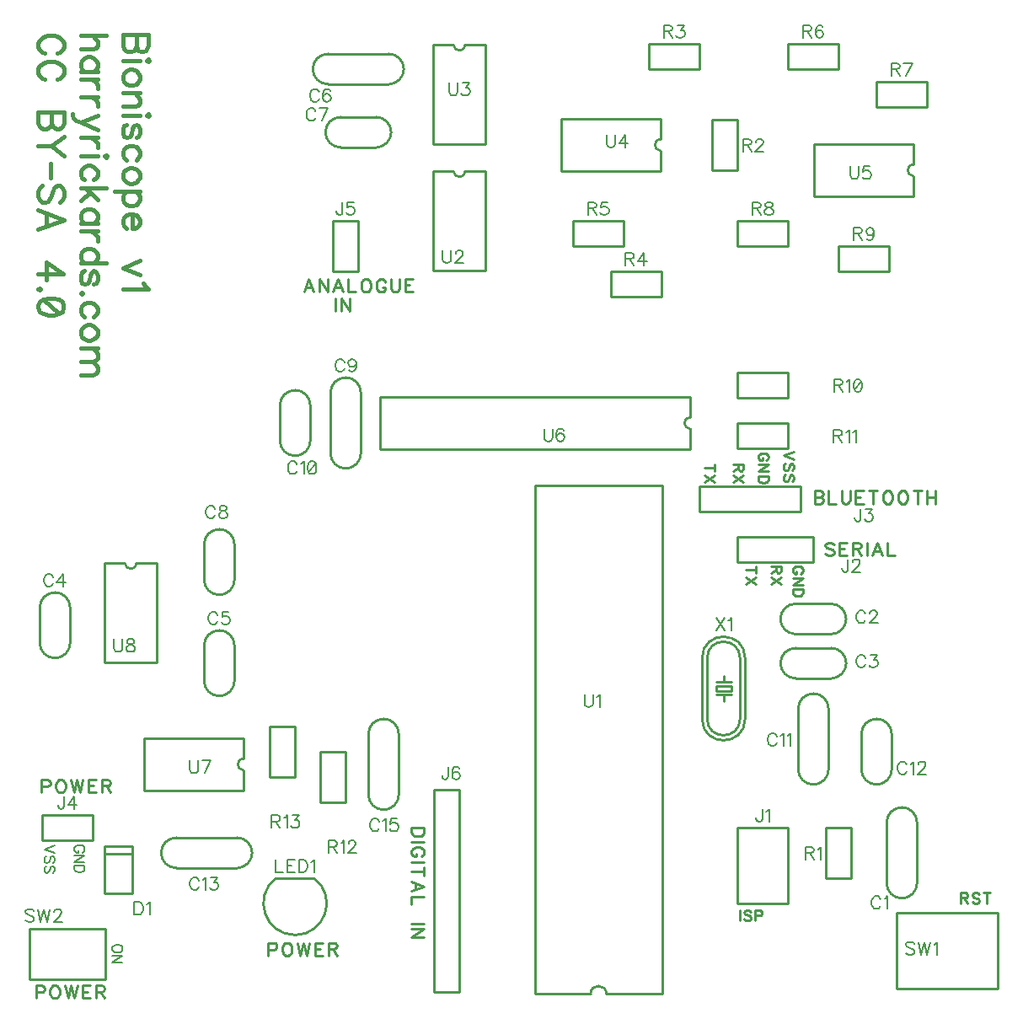
<source format=gto>
G04 DipTrace Beta 2.3.5.2*
%INscope.GTO*%
%MOIN*%
%ADD10C,0.0098*%
%ADD64C,0.0077*%
%ADD65C,0.0154*%
%ADD66C,0.0109*%
%ADD67C,0.0087*%
%ADD68C,0.0062*%
%FSLAX44Y44*%
G04*
G70*
G90*
G75*
G01*
%LNTopSilk*%
%LPD*%
X39540Y11139D2*
D10*
Y8741D1*
X38340Y11139D2*
Y8741D1*
G03X39540Y8741I600J-1D01*
G01*
Y11139D2*
G03X38340Y11139I-600J1D01*
G01*
X34741Y18590D2*
X36139D1*
X34741Y19790D2*
X36139D1*
Y18590D2*
G03X36139Y19790I1J600D01*
G01*
X34741D2*
G03X34741Y18590I-1J-600D01*
G01*
Y16840D2*
X36139D1*
X34741Y18040D2*
X36139D1*
Y16840D2*
G03X36139Y18040I1J600D01*
G01*
X34741D2*
G03X34741Y16840I-1J-600D01*
G01*
X4840Y19639D2*
Y18241D1*
X6040Y19639D2*
Y18241D1*
X4840D2*
G03X6040Y18241I600J-1D01*
G01*
Y19639D2*
G03X4840Y19639I-600J1D01*
G01*
X12540Y16741D2*
Y18139D1*
X11340Y16741D2*
Y18139D1*
X12540D2*
G03X11340Y18139I-600J1D01*
G01*
Y16741D2*
G03X12540Y16741I600J-1D01*
G01*
X18639Y40340D2*
X16241D1*
X18639Y41540D2*
X16241D1*
G03X16241Y40340I-1J-600D01*
G01*
X18639D2*
G03X18639Y41540I1J600D01*
G01*
X18139Y39040D2*
X16741D1*
X18139Y37840D2*
X16741D1*
Y39040D2*
G03X16741Y37840I-1J-600D01*
G01*
X18139D2*
G03X18139Y39040I1J600D01*
G01*
X11340Y22139D2*
Y20741D1*
X12540Y22139D2*
Y20741D1*
X11340D2*
G03X12540Y20741I600J-1D01*
G01*
Y22139D2*
G03X11340Y22139I-600J1D01*
G01*
X17540Y28139D2*
Y25741D1*
X16340Y28139D2*
Y25741D1*
G03X17540Y25741I600J-1D01*
G01*
Y28139D2*
G03X16340Y28139I-600J1D01*
G01*
X14340Y27639D2*
Y26241D1*
X15540Y27639D2*
Y26241D1*
X14340D2*
G03X15540Y26241I600J-1D01*
G01*
Y27639D2*
G03X14340Y27639I-600J1D01*
G01*
X34840Y13241D2*
Y15639D1*
X36040Y13241D2*
Y15639D1*
G03X34840Y15639I-600J1D01*
G01*
Y13241D2*
G03X36040Y13241I600J-1D01*
G01*
X38540D2*
Y14639D1*
X37340Y13241D2*
Y14639D1*
X38540D2*
G03X37340Y14639I-600J1D01*
G01*
Y13241D2*
G03X38540Y13241I600J-1D01*
G01*
X10241Y10540D2*
X12639D1*
X10241Y9340D2*
X12639D1*
G03X12639Y10540I1J600D01*
G01*
X10241D2*
G03X10241Y9340I-1J-600D01*
G01*
X17840Y12241D2*
Y14639D1*
X19040Y12241D2*
Y14639D1*
G03X17840Y14639I-600J1D01*
G01*
Y12241D2*
G03X19040Y12241I600J-1D01*
G01*
X7389Y10211D2*
X8491D1*
Y10191D2*
Y8339D1*
X7389Y9912D2*
X8491D1*
X7389Y8339D2*
X8491D1*
X7389Y10191D2*
Y8339D1*
X34440Y10940D2*
X32440D1*
Y7940D1*
X34440D1*
Y10940D1*
X35440Y21440D2*
X32440D1*
Y22440D1*
X35440D1*
Y21440D1*
X30940Y24440D2*
X34940D1*
Y23440D1*
X30940D1*
Y24440D1*
X4940Y11440D2*
X6940D1*
Y10440D1*
X4940D1*
Y11440D1*
X17440Y34940D2*
X16440D1*
Y32940D1*
X17440D1*
Y34940D1*
X20440Y4440D2*
X21440D1*
Y12440D1*
X20440D1*
Y4440D1*
X14191Y8940D2*
X15689D1*
X14188Y8938D2*
G03X15692Y8938I752J-998D01*
G01*
X36940Y10938D2*
Y8942D1*
X35940D2*
X36940D1*
X35940Y10938D2*
Y8942D1*
Y10938D2*
X36940D1*
X31440Y36942D2*
Y38938D1*
X32440D2*
X31440D1*
X32440Y36942D2*
Y38938D1*
Y36942D2*
X31440D1*
X30938Y40940D2*
X28942D1*
Y41940D2*
Y40940D1*
X30938Y41940D2*
X28942D1*
X30938D2*
Y40940D1*
X29438Y31940D2*
X27442D1*
Y32940D2*
Y31940D1*
X29438Y32940D2*
X27442D1*
X29438D2*
Y31940D1*
X27938Y33940D2*
X25942D1*
Y34940D2*
Y33940D1*
X27938Y34940D2*
X25942D1*
X27938D2*
Y33940D1*
X36438Y40940D2*
X34442D1*
Y41940D2*
Y40940D1*
X36438Y41940D2*
X34442D1*
X36438D2*
Y40940D1*
X39938Y39440D2*
X37942D1*
Y40440D2*
Y39440D1*
X39938Y40440D2*
X37942D1*
X39938D2*
Y39440D1*
X34438Y33940D2*
X32442D1*
Y34940D2*
Y33940D1*
X34438Y34940D2*
X32442D1*
X34438D2*
Y33940D1*
X38438Y32940D2*
X36442D1*
Y33940D2*
Y32940D1*
X38438Y33940D2*
X36442D1*
X38438D2*
Y32940D1*
X32442Y28940D2*
X34438D1*
Y27940D2*
Y28940D1*
X32442Y27940D2*
X34438D1*
X32442D2*
Y28940D1*
Y26940D2*
X34438D1*
Y25940D2*
Y26940D1*
X32442Y25940D2*
X34438D1*
X32442D2*
Y26940D1*
X15940Y11942D2*
Y13938D1*
X16940D2*
X15940D1*
X16940Y11942D2*
Y13938D1*
Y11942D2*
X15940D1*
X13940Y12942D2*
Y14938D1*
X14940D2*
X13940D1*
X14940Y12942D2*
Y14938D1*
Y12942D2*
X13940D1*
X42720Y7555D2*
X38720D1*
Y4555D1*
X42720D1*
Y7555D1*
X7440Y4940D2*
X4440D1*
Y6940D1*
X7440D1*
Y4940D1*
X29460Y4401D2*
Y24479D1*
X24420D1*
Y4401D2*
Y24479D1*
X29460Y4361D2*
X27255D1*
X24420D2*
X26625D1*
X27255D2*
G03X26625Y4361I-315J-1D01*
G01*
X22464Y36909D2*
Y32971D1*
X20416D2*
X22464D1*
X20416Y36909D2*
Y32971D1*
Y36909D2*
X21204D1*
X22464D2*
X21676D1*
X21204D2*
G03X21676Y36909I236J0D01*
G01*
X22464Y41909D2*
Y37971D1*
X20416D2*
X22464D1*
X20416Y41909D2*
Y37971D1*
Y41909D2*
X21204D1*
X22464D2*
X21676D1*
X21204D2*
G03X21676Y41909I236J0D01*
G01*
X29409Y36916D2*
X25471D1*
Y38964D2*
Y36916D1*
X29409Y38964D2*
X25471D1*
X29409D2*
Y38176D1*
Y36916D2*
Y37704D1*
Y38176D2*
G03X29409Y37704I0J-236D01*
G01*
X39409Y35916D2*
X35471D1*
Y37964D2*
Y35916D1*
X39409Y37964D2*
X35471D1*
X39409D2*
Y37176D1*
Y35916D2*
Y36704D1*
Y37176D2*
G03X39409Y36704I0J-236D01*
G01*
X30582Y25916D2*
X18298D1*
Y27964D2*
Y25916D1*
X30582Y27964D2*
X18298D1*
X30582D2*
Y27176D1*
Y25916D2*
Y26704D1*
Y27176D2*
G03X30582Y26704I0J-236D01*
G01*
X12909Y12416D2*
X8971D1*
Y14464D2*
Y12416D1*
X12909Y14464D2*
X8971D1*
X12909D2*
Y13676D1*
Y12416D2*
Y13204D1*
Y13676D2*
G03X12909Y13204I0J-236D01*
G01*
X9464Y21409D2*
Y17471D1*
X7416D2*
X9464D1*
X7416Y21409D2*
Y17471D1*
Y21409D2*
X8204D1*
X9464D2*
X8676D1*
X8204D2*
G03X8676Y21409I236J0D01*
G01*
X32740Y15240D2*
Y17640D1*
X31040Y15240D2*
Y17640D1*
X32540Y15240D2*
Y17640D1*
X31240D2*
Y15240D1*
X31590Y16340D2*
Y16540D1*
X32190D1*
Y16340D1*
X31590D1*
Y16690D2*
X31890D1*
X32190D1*
X31590Y16190D2*
X31890D1*
X32190D1*
X31890Y16690D2*
Y16940D1*
Y16190D2*
Y15940D1*
X31040Y15240D2*
G03X32740Y15240I850J0D01*
G01*
Y17640D2*
G03X31040Y17640I-850J0D01*
G01*
X31240Y15240D2*
G03X32540Y15240I650J0D01*
G01*
Y17640D2*
G03X31240Y17640I-650J0D01*
G01*
X38107Y8103D2*
D64*
X38083Y8150D1*
X38035Y8198D1*
X37988Y8222D1*
X37892D1*
X37844Y8198D1*
X37797Y8150D1*
X37772Y8103D1*
X37748Y8031D1*
Y7911D1*
X37772Y7840D1*
X37797Y7792D1*
X37844Y7744D1*
X37892Y7720D1*
X37988D1*
X38035Y7744D1*
X38083Y7792D1*
X38107Y7840D1*
X38262Y8126D2*
X38310Y8150D1*
X38382Y8222D1*
Y7720D1*
X37500Y19403D2*
X37476Y19450D1*
X37428Y19498D1*
X37380Y19522D1*
X37285D1*
X37237Y19498D1*
X37189Y19450D1*
X37165Y19403D1*
X37141Y19331D1*
Y19211D1*
X37165Y19140D1*
X37189Y19092D1*
X37237Y19044D1*
X37285Y19020D1*
X37380D1*
X37428Y19044D1*
X37476Y19092D1*
X37500Y19140D1*
X37678Y19402D2*
Y19426D1*
X37702Y19474D1*
X37726Y19498D1*
X37774Y19522D1*
X37870D1*
X37917Y19498D1*
X37941Y19474D1*
X37965Y19426D1*
Y19379D1*
X37941Y19330D1*
X37893Y19259D1*
X37654Y19020D1*
X37989D1*
X37500Y17653D2*
X37476Y17700D1*
X37428Y17748D1*
X37380Y17772D1*
X37285D1*
X37237Y17748D1*
X37189Y17700D1*
X37165Y17653D1*
X37141Y17581D1*
Y17461D1*
X37165Y17390D1*
X37189Y17342D1*
X37237Y17294D1*
X37285Y17270D1*
X37380D1*
X37428Y17294D1*
X37476Y17342D1*
X37500Y17390D1*
X37702Y17772D2*
X37965D1*
X37822Y17580D1*
X37893D1*
X37941Y17557D1*
X37965Y17533D1*
X37989Y17461D1*
Y17414D1*
X37965Y17342D1*
X37917Y17294D1*
X37845Y17270D1*
X37773D1*
X37702Y17294D1*
X37678Y17318D1*
X37654Y17365D1*
X5363Y20853D2*
X5339Y20900D1*
X5291Y20948D1*
X5243Y20972D1*
X5148D1*
X5100Y20948D1*
X5052Y20900D1*
X5028Y20853D1*
X5004Y20781D1*
Y20661D1*
X5028Y20590D1*
X5052Y20542D1*
X5100Y20494D1*
X5148Y20470D1*
X5243D1*
X5291Y20494D1*
X5339Y20542D1*
X5363Y20590D1*
X5757Y20470D2*
Y20972D1*
X5517Y20637D1*
X5876D1*
X11875Y19353D2*
X11851Y19400D1*
X11803Y19448D1*
X11755Y19472D1*
X11660D1*
X11612Y19448D1*
X11564Y19400D1*
X11540Y19353D1*
X11516Y19281D1*
Y19161D1*
X11540Y19090D1*
X11564Y19042D1*
X11612Y18994D1*
X11660Y18970D1*
X11755D1*
X11803Y18994D1*
X11851Y19042D1*
X11875Y19090D1*
X12316Y19472D2*
X12077D1*
X12053Y19257D1*
X12077Y19280D1*
X12149Y19305D1*
X12220D1*
X12292Y19280D1*
X12340Y19233D1*
X12364Y19161D1*
Y19114D1*
X12340Y19042D1*
X12292Y18994D1*
X12220Y18970D1*
X12149D1*
X12077Y18994D1*
X12053Y19018D1*
X12029Y19065D1*
X15887Y40028D2*
X15863Y40075D1*
X15815Y40123D1*
X15767Y40147D1*
X15672D1*
X15624Y40123D1*
X15576Y40075D1*
X15552Y40028D1*
X15528Y39956D1*
Y39836D1*
X15552Y39765D1*
X15576Y39717D1*
X15624Y39669D1*
X15672Y39645D1*
X15767D1*
X15815Y39669D1*
X15863Y39717D1*
X15887Y39765D1*
X16328Y40075D2*
X16304Y40123D1*
X16232Y40147D1*
X16185D1*
X16113Y40123D1*
X16065Y40051D1*
X16041Y39932D1*
Y39812D1*
X16065Y39717D1*
X16113Y39669D1*
X16185Y39645D1*
X16209D1*
X16280Y39669D1*
X16328Y39717D1*
X16352Y39789D1*
Y39812D1*
X16328Y39884D1*
X16280Y39932D1*
X16209Y39955D1*
X16185D1*
X16113Y39932D1*
X16065Y39884D1*
X16041Y39812D1*
X15750Y39278D2*
X15726Y39325D1*
X15678Y39373D1*
X15630Y39397D1*
X15535D1*
X15487Y39373D1*
X15439Y39325D1*
X15415Y39278D1*
X15391Y39206D1*
Y39086D1*
X15415Y39015D1*
X15439Y38967D1*
X15487Y38919D1*
X15535Y38895D1*
X15630D1*
X15678Y38919D1*
X15726Y38967D1*
X15750Y39015D1*
X16000Y38895D2*
X16239Y39397D1*
X15904D1*
X11775Y23553D2*
X11751Y23600D1*
X11703Y23648D1*
X11656Y23672D1*
X11560D1*
X11512Y23648D1*
X11464Y23600D1*
X11440Y23553D1*
X11416Y23481D1*
Y23361D1*
X11440Y23290D1*
X11464Y23242D1*
X11512Y23194D1*
X11560Y23170D1*
X11656D1*
X11703Y23194D1*
X11751Y23242D1*
X11775Y23290D1*
X12049Y23672D2*
X11977Y23648D1*
X11953Y23600D1*
Y23552D1*
X11977Y23505D1*
X12025Y23480D1*
X12121Y23457D1*
X12192Y23433D1*
X12240Y23385D1*
X12264Y23337D1*
Y23265D1*
X12240Y23218D1*
X12216Y23194D1*
X12144Y23170D1*
X12049D1*
X11977Y23194D1*
X11953Y23218D1*
X11929Y23265D1*
Y23337D1*
X11953Y23385D1*
X12001Y23433D1*
X12073Y23457D1*
X12168Y23480D1*
X12216Y23505D1*
X12240Y23552D1*
Y23600D1*
X12216Y23648D1*
X12144Y23672D1*
X12049D1*
X16887Y29353D2*
X16863Y29400D1*
X16815Y29448D1*
X16767Y29472D1*
X16672D1*
X16623Y29448D1*
X16576Y29400D1*
X16552Y29353D1*
X16528Y29281D1*
Y29161D1*
X16552Y29090D1*
X16576Y29042D1*
X16623Y28994D1*
X16672Y28970D1*
X16767D1*
X16815Y28994D1*
X16863Y29042D1*
X16887Y29090D1*
X17352Y29305D2*
X17328Y29233D1*
X17280Y29185D1*
X17208Y29161D1*
X17185D1*
X17113Y29185D1*
X17065Y29233D1*
X17041Y29305D1*
Y29329D1*
X17065Y29400D1*
X17113Y29448D1*
X17185Y29472D1*
X17208D1*
X17280Y29448D1*
X17328Y29400D1*
X17352Y29305D1*
Y29185D1*
X17328Y29065D1*
X17280Y28994D1*
X17208Y28970D1*
X17161D1*
X17089Y28994D1*
X17065Y29042D1*
X15013Y25303D2*
X14989Y25350D1*
X14941Y25398D1*
X14893Y25422D1*
X14798D1*
X14749Y25398D1*
X14702Y25350D1*
X14678Y25303D1*
X14654Y25231D1*
Y25111D1*
X14678Y25040D1*
X14702Y24992D1*
X14749Y24944D1*
X14798Y24920D1*
X14893D1*
X14941Y24944D1*
X14989Y24992D1*
X15013Y25040D1*
X15167Y25326D2*
X15215Y25350D1*
X15287Y25422D1*
Y24920D1*
X15585Y25422D2*
X15513Y25398D1*
X15465Y25326D1*
X15441Y25207D1*
Y25135D1*
X15465Y25015D1*
X15513Y24944D1*
X15585Y24920D1*
X15632D1*
X15704Y24944D1*
X15752Y25015D1*
X15776Y25135D1*
Y25207D1*
X15752Y25326D1*
X15704Y25398D1*
X15632Y25422D1*
X15585D1*
X15752Y25326D2*
X15465Y25015D1*
X33995Y14553D2*
X33971Y14600D1*
X33923Y14648D1*
X33876Y14672D1*
X33780D1*
X33732Y14648D1*
X33684Y14600D1*
X33660Y14553D1*
X33636Y14481D1*
Y14361D1*
X33660Y14290D1*
X33684Y14242D1*
X33732Y14194D1*
X33780Y14170D1*
X33876D1*
X33923Y14194D1*
X33971Y14242D1*
X33995Y14290D1*
X34149Y14576D2*
X34197Y14600D1*
X34269Y14672D1*
Y14170D1*
X34424Y14576D2*
X34472Y14600D1*
X34544Y14672D1*
Y14170D1*
X39138Y13428D2*
X39114Y13475D1*
X39066Y13523D1*
X39018Y13547D1*
X38923D1*
X38874Y13523D1*
X38827Y13475D1*
X38803Y13428D1*
X38779Y13356D1*
Y13236D1*
X38803Y13165D1*
X38827Y13117D1*
X38874Y13069D1*
X38923Y13045D1*
X39018D1*
X39066Y13069D1*
X39114Y13117D1*
X39138Y13165D1*
X39292Y13451D2*
X39340Y13475D1*
X39412Y13547D1*
Y13045D1*
X39591Y13427D2*
Y13451D1*
X39614Y13499D1*
X39638Y13523D1*
X39686Y13547D1*
X39782D1*
X39829Y13523D1*
X39853Y13499D1*
X39877Y13451D1*
Y13404D1*
X39853Y13355D1*
X39806Y13284D1*
X39566Y13045D1*
X39901D1*
X11138Y8853D2*
X11114Y8900D1*
X11066Y8948D1*
X11018Y8972D1*
X10923D1*
X10874Y8948D1*
X10827Y8900D1*
X10803Y8853D1*
X10779Y8781D1*
Y8661D1*
X10803Y8590D1*
X10827Y8542D1*
X10874Y8494D1*
X10923Y8470D1*
X11018D1*
X11066Y8494D1*
X11114Y8542D1*
X11138Y8590D1*
X11292Y8876D2*
X11340Y8900D1*
X11412Y8972D1*
Y8470D1*
X11614Y8972D2*
X11877D1*
X11734Y8780D1*
X11806D1*
X11853Y8757D1*
X11877Y8733D1*
X11901Y8661D1*
Y8614D1*
X11877Y8542D1*
X11829Y8494D1*
X11757Y8470D1*
X11686D1*
X11614Y8494D1*
X11591Y8518D1*
X11566Y8565D1*
X18263Y11178D2*
X18239Y11225D1*
X18191Y11273D1*
X18143Y11297D1*
X18048D1*
X17999Y11273D1*
X17952Y11225D1*
X17928Y11178D1*
X17904Y11106D1*
Y10986D1*
X17928Y10915D1*
X17952Y10867D1*
X17999Y10819D1*
X18048Y10795D1*
X18143D1*
X18191Y10819D1*
X18239Y10867D1*
X18263Y10915D1*
X18417Y11201D2*
X18465Y11225D1*
X18537Y11297D1*
Y10795D1*
X18978Y11297D2*
X18739D1*
X18716Y11082D1*
X18739Y11105D1*
X18811Y11130D1*
X18882D1*
X18954Y11105D1*
X19002Y11058D1*
X19026Y10986D1*
Y10939D1*
X19002Y10867D1*
X18954Y10819D1*
X18882Y10795D1*
X18811D1*
X18739Y10819D1*
X18716Y10843D1*
X18691Y10890D1*
X8584Y7997D2*
Y7495D1*
X8752D1*
X8824Y7519D1*
X8872Y7566D1*
X8895Y7615D1*
X8919Y7686D1*
Y7806D1*
X8895Y7878D1*
X8872Y7925D1*
X8824Y7973D1*
X8752Y7997D1*
X8584D1*
X9074Y7901D2*
X9122Y7925D1*
X9193Y7996D1*
Y7495D1*
X33422Y11672D2*
Y11290D1*
X33399Y11218D1*
X33374Y11194D1*
X33327Y11170D1*
X33279D1*
X33231Y11194D1*
X33207Y11218D1*
X33183Y11290D1*
Y11337D1*
X33577Y11576D2*
X33625Y11600D1*
X33697Y11672D1*
Y11170D1*
X36815Y21547D2*
Y21165D1*
X36791Y21093D1*
X36767Y21069D1*
X36719Y21045D1*
X36671D1*
X36624Y21069D1*
X36600Y21093D1*
X36576Y21165D1*
Y21212D1*
X36994Y21427D2*
Y21451D1*
X37017Y21499D1*
X37041Y21523D1*
X37089Y21547D1*
X37185D1*
X37232Y21523D1*
X37256Y21499D1*
X37281Y21451D1*
Y21404D1*
X37256Y21355D1*
X37209Y21284D1*
X36969Y21045D1*
X37304D1*
X37315Y23547D2*
Y23165D1*
X37291Y23093D1*
X37267Y23069D1*
X37219Y23045D1*
X37171D1*
X37124Y23069D1*
X37100Y23093D1*
X37076Y23165D1*
Y23212D1*
X37517Y23547D2*
X37780D1*
X37637Y23355D1*
X37709D1*
X37756Y23332D1*
X37780Y23308D1*
X37804Y23236D1*
Y23189D1*
X37780Y23117D1*
X37732Y23069D1*
X37661Y23045D1*
X37589D1*
X37517Y23069D1*
X37494Y23093D1*
X37469Y23140D1*
X5803Y12172D2*
Y11790D1*
X5779Y11718D1*
X5755Y11694D1*
X5707Y11670D1*
X5659D1*
X5612Y11694D1*
X5588Y11718D1*
X5564Y11790D1*
Y11837D1*
X6197Y11670D2*
Y12172D1*
X5958Y11837D1*
X6316D1*
X16815Y35672D2*
Y35290D1*
X16791Y35218D1*
X16767Y35194D1*
X16719Y35170D1*
X16671D1*
X16624Y35194D1*
X16600Y35218D1*
X16576Y35290D1*
Y35337D1*
X17256Y35672D2*
X17017D1*
X16994Y35457D1*
X17017Y35480D1*
X17089Y35505D1*
X17161D1*
X17232Y35480D1*
X17281Y35433D1*
X17304Y35361D1*
Y35314D1*
X17281Y35242D1*
X17232Y35194D1*
X17161Y35170D1*
X17089D1*
X17017Y35194D1*
X16994Y35218D1*
X16969Y35265D1*
X20999Y13344D2*
Y12962D1*
X20975Y12890D1*
X20951Y12866D1*
X20903Y12842D1*
X20855D1*
X20808Y12866D1*
X20784Y12890D1*
X20760Y12962D1*
Y13009D1*
X21440Y13272D2*
X21417Y13320D1*
X21345Y13344D1*
X21297D1*
X21225Y13320D1*
X21177Y13248D1*
X21153Y13129D1*
Y13009D1*
X21177Y12914D1*
X21225Y12866D1*
X21297Y12842D1*
X21321D1*
X21392Y12866D1*
X21440Y12914D1*
X21464Y12985D1*
Y13009D1*
X21440Y13081D1*
X21392Y13129D1*
X21321Y13152D1*
X21297D1*
X21225Y13129D1*
X21177Y13081D1*
X21153Y13009D1*
X14182Y9672D2*
Y9170D1*
X14469D1*
X14934Y9672D2*
X14623D1*
Y9170D1*
X14934D1*
X14623Y9433D2*
X14815D1*
X15088Y9672D2*
Y9170D1*
X15256D1*
X15328Y9194D1*
X15376Y9242D1*
X15400Y9290D1*
X15423Y9361D1*
Y9481D1*
X15400Y9553D1*
X15376Y9600D1*
X15328Y9648D1*
X15256Y9672D1*
X15088D1*
X15578Y9576D2*
X15626Y9600D1*
X15698Y9672D1*
Y9170D1*
X35135Y9933D2*
X35350D1*
X35422Y9957D1*
X35447Y9981D1*
X35470Y10029D1*
Y10077D1*
X35447Y10124D1*
X35422Y10148D1*
X35350Y10172D1*
X35135D1*
Y9670D1*
X35303Y9933D2*
X35470Y9670D1*
X35625Y10076D2*
X35673Y10100D1*
X35745Y10172D1*
Y9670D1*
X32653Y37933D2*
X32868D1*
X32940Y37957D1*
X32964Y37981D1*
X32988Y38029D1*
Y38077D1*
X32964Y38124D1*
X32940Y38148D1*
X32868Y38172D1*
X32653D1*
Y37670D1*
X32820Y37933D2*
X32988Y37670D1*
X33167Y38052D2*
Y38076D1*
X33190Y38124D1*
X33214Y38148D1*
X33262Y38172D1*
X33358D1*
X33405Y38148D1*
X33429Y38124D1*
X33453Y38076D1*
Y38029D1*
X33429Y37980D1*
X33382Y37909D1*
X33142Y37670D1*
X33477D1*
X29528Y42433D2*
X29743D1*
X29815Y42457D1*
X29839Y42481D1*
X29863Y42529D1*
Y42577D1*
X29839Y42624D1*
X29815Y42648D1*
X29743Y42672D1*
X29528D1*
Y42170D1*
X29695Y42433D2*
X29863Y42170D1*
X30065Y42672D2*
X30328D1*
X30185Y42480D1*
X30257D1*
X30304Y42457D1*
X30328Y42433D1*
X30352Y42361D1*
Y42314D1*
X30328Y42242D1*
X30280Y42194D1*
X30208Y42170D1*
X30137D1*
X30065Y42194D1*
X30042Y42218D1*
X30017Y42265D1*
X28016Y33433D2*
X28231D1*
X28303Y33457D1*
X28327Y33481D1*
X28351Y33529D1*
Y33577D1*
X28327Y33624D1*
X28303Y33648D1*
X28231Y33672D1*
X28016D1*
Y33170D1*
X28183Y33433D2*
X28351Y33170D1*
X28745D2*
Y33672D1*
X28505Y33337D1*
X28864D1*
X26528Y35433D2*
X26743D1*
X26815Y35457D1*
X26839Y35481D1*
X26863Y35529D1*
Y35577D1*
X26839Y35624D1*
X26815Y35648D1*
X26743Y35672D1*
X26528D1*
Y35170D1*
X26695Y35433D2*
X26863Y35170D1*
X27304Y35672D2*
X27065D1*
X27042Y35457D1*
X27065Y35480D1*
X27137Y35505D1*
X27208D1*
X27280Y35480D1*
X27328Y35433D1*
X27352Y35361D1*
Y35314D1*
X27328Y35242D1*
X27280Y35194D1*
X27208Y35170D1*
X27137D1*
X27065Y35194D1*
X27042Y35218D1*
X27017Y35265D1*
X35040Y42433D2*
X35255D1*
X35327Y42457D1*
X35351Y42481D1*
X35375Y42529D1*
Y42577D1*
X35351Y42624D1*
X35327Y42648D1*
X35255Y42672D1*
X35040D1*
Y42170D1*
X35207Y42433D2*
X35375Y42170D1*
X35816Y42600D2*
X35792Y42648D1*
X35721Y42672D1*
X35673D1*
X35601Y42648D1*
X35553Y42576D1*
X35529Y42457D1*
Y42337D1*
X35553Y42242D1*
X35601Y42194D1*
X35673Y42170D1*
X35697D1*
X35768Y42194D1*
X35816Y42242D1*
X35840Y42314D1*
Y42337D1*
X35816Y42409D1*
X35768Y42457D1*
X35697Y42480D1*
X35673D1*
X35601Y42457D1*
X35553Y42409D1*
X35529Y42337D1*
X38528Y40933D2*
X38743D1*
X38815Y40957D1*
X38839Y40981D1*
X38863Y41029D1*
Y41077D1*
X38839Y41124D1*
X38815Y41148D1*
X38743Y41172D1*
X38528D1*
Y40670D1*
X38695Y40933D2*
X38863Y40670D1*
X39113D2*
X39352Y41172D1*
X39017D1*
X33028Y35433D2*
X33243D1*
X33315Y35457D1*
X33339Y35481D1*
X33363Y35529D1*
Y35577D1*
X33339Y35624D1*
X33315Y35648D1*
X33243Y35672D1*
X33028D1*
Y35170D1*
X33196Y35433D2*
X33363Y35170D1*
X33637Y35672D2*
X33566Y35648D1*
X33541Y35600D1*
Y35552D1*
X33566Y35505D1*
X33613Y35480D1*
X33709Y35457D1*
X33781Y35433D1*
X33828Y35385D1*
X33852Y35337D1*
Y35265D1*
X33828Y35218D1*
X33804Y35194D1*
X33732Y35170D1*
X33637D1*
X33566Y35194D1*
X33541Y35218D1*
X33517Y35265D1*
Y35337D1*
X33541Y35385D1*
X33589Y35433D1*
X33661Y35457D1*
X33756Y35480D1*
X33804Y35505D1*
X33828Y35552D1*
Y35600D1*
X33804Y35648D1*
X33732Y35672D1*
X33637D1*
X37040Y34433D2*
X37255D1*
X37327Y34457D1*
X37351Y34481D1*
X37375Y34529D1*
Y34577D1*
X37351Y34624D1*
X37327Y34648D1*
X37255Y34672D1*
X37040D1*
Y34170D1*
X37207Y34433D2*
X37375Y34170D1*
X37840Y34505D2*
X37816Y34433D1*
X37768Y34385D1*
X37697Y34361D1*
X37673D1*
X37601Y34385D1*
X37553Y34433D1*
X37529Y34505D1*
Y34529D1*
X37553Y34600D1*
X37601Y34648D1*
X37673Y34672D1*
X37697D1*
X37768Y34648D1*
X37816Y34600D1*
X37840Y34505D1*
Y34385D1*
X37816Y34265D1*
X37768Y34194D1*
X37697Y34170D1*
X37649D1*
X37577Y34194D1*
X37553Y34242D1*
X36266Y28433D2*
X36481D1*
X36553Y28457D1*
X36577Y28481D1*
X36601Y28529D1*
Y28577D1*
X36577Y28624D1*
X36553Y28648D1*
X36481Y28672D1*
X36266D1*
Y28170D1*
X36433Y28433D2*
X36601Y28170D1*
X36755Y28576D2*
X36803Y28600D1*
X36875Y28672D1*
Y28170D1*
X37173Y28672D2*
X37101Y28648D1*
X37053Y28576D1*
X37029Y28457D1*
Y28385D1*
X37053Y28265D1*
X37101Y28194D1*
X37173Y28170D1*
X37221D1*
X37292Y28194D1*
X37340Y28265D1*
X37364Y28385D1*
Y28457D1*
X37340Y28576D1*
X37292Y28648D1*
X37221Y28672D1*
X37173D1*
X37340Y28576D2*
X37053Y28265D1*
X36248Y26433D2*
X36463D1*
X36535Y26457D1*
X36559Y26481D1*
X36583Y26529D1*
Y26577D1*
X36559Y26624D1*
X36535Y26648D1*
X36463Y26672D1*
X36248D1*
Y26170D1*
X36416Y26433D2*
X36583Y26170D1*
X36738Y26576D2*
X36786Y26600D1*
X36857Y26672D1*
Y26170D1*
X37012Y26576D2*
X37060Y26600D1*
X37132Y26672D1*
Y26170D1*
X16266Y10183D2*
X16481D1*
X16553Y10207D1*
X16577Y10231D1*
X16601Y10279D1*
Y10327D1*
X16577Y10374D1*
X16553Y10398D1*
X16481Y10422D1*
X16266D1*
Y9920D1*
X16433Y10183D2*
X16601Y9920D1*
X16755Y10326D2*
X16803Y10350D1*
X16875Y10422D1*
Y9920D1*
X17054Y10302D2*
Y10326D1*
X17077Y10374D1*
X17101Y10398D1*
X17149Y10422D1*
X17245D1*
X17292Y10398D1*
X17316Y10374D1*
X17341Y10326D1*
Y10279D1*
X17316Y10230D1*
X17269Y10159D1*
X17029Y9920D1*
X17364D1*
X14016Y11183D2*
X14231D1*
X14303Y11207D1*
X14327Y11231D1*
X14351Y11279D1*
Y11327D1*
X14327Y11374D1*
X14303Y11398D1*
X14231Y11422D1*
X14016D1*
Y10920D1*
X14183Y11183D2*
X14351Y10920D1*
X14505Y11326D2*
X14553Y11350D1*
X14625Y11422D1*
Y10920D1*
X14827Y11422D2*
X15090D1*
X14947Y11230D1*
X15019D1*
X15066Y11207D1*
X15090Y11183D1*
X15114Y11111D1*
Y11064D1*
X15090Y10992D1*
X15042Y10944D1*
X14971Y10920D1*
X14899D1*
X14827Y10944D1*
X14804Y10968D1*
X14779Y11015D1*
X39434Y6340D2*
X39386Y6388D1*
X39314Y6412D1*
X39219D1*
X39147Y6388D1*
X39099Y6340D1*
Y6293D1*
X39123Y6245D1*
X39147Y6221D1*
X39194Y6197D1*
X39338Y6149D1*
X39386Y6125D1*
X39410Y6101D1*
X39434Y6054D1*
Y5982D1*
X39386Y5934D1*
X39314Y5910D1*
X39219D1*
X39147Y5934D1*
X39099Y5982D1*
X39588Y6412D2*
X39708Y5910D1*
X39827Y6412D1*
X39947Y5910D1*
X40067Y6412D1*
X40221Y6316D2*
X40269Y6340D1*
X40341Y6412D1*
Y5910D1*
X4605Y7642D2*
X4558Y7690D1*
X4486Y7714D1*
X4390D1*
X4318Y7690D1*
X4270Y7642D1*
Y7595D1*
X4295Y7547D1*
X4318Y7523D1*
X4366Y7499D1*
X4510Y7451D1*
X4558Y7427D1*
X4582Y7403D1*
X4605Y7355D1*
Y7284D1*
X4558Y7236D1*
X4486Y7212D1*
X4390D1*
X4318Y7236D1*
X4270Y7284D1*
X4760Y7714D2*
X4880Y7212D1*
X4999Y7714D1*
X5118Y7212D1*
X5238Y7714D1*
X5417Y7594D2*
Y7618D1*
X5441Y7666D1*
X5465Y7690D1*
X5513Y7714D1*
X5608D1*
X5656Y7690D1*
X5680Y7666D1*
X5704Y7618D1*
Y7570D1*
X5680Y7522D1*
X5632Y7451D1*
X5393Y7212D1*
X5728D1*
X26385Y16212D2*
Y15853D1*
X26409Y15781D1*
X26457Y15734D1*
X26529Y15709D1*
X26577D1*
X26648Y15734D1*
X26697Y15781D1*
X26720Y15853D1*
Y16212D1*
X26875Y16115D2*
X26923Y16140D1*
X26995Y16211D1*
Y15709D1*
X20778Y33766D2*
Y33407D1*
X20802Y33335D1*
X20850Y33288D1*
X20922Y33263D1*
X20969D1*
X21041Y33288D1*
X21089Y33335D1*
X21113Y33407D1*
Y33766D1*
X21292Y33646D2*
Y33670D1*
X21315Y33718D1*
X21339Y33741D1*
X21387Y33765D1*
X21483D1*
X21530Y33741D1*
X21554Y33718D1*
X21578Y33670D1*
Y33622D1*
X21554Y33574D1*
X21507Y33503D1*
X21267Y33263D1*
X21602D1*
X21028Y40391D2*
Y40032D1*
X21052Y39960D1*
X21100Y39913D1*
X21172Y39888D1*
X21219D1*
X21291Y39913D1*
X21339Y39960D1*
X21363Y40032D1*
Y40391D1*
X21565Y40390D2*
X21828D1*
X21685Y40199D1*
X21757D1*
X21804Y40175D1*
X21828Y40151D1*
X21852Y40080D1*
Y40032D1*
X21828Y39960D1*
X21780Y39912D1*
X21708Y39888D1*
X21637D1*
X21565Y39912D1*
X21542Y39936D1*
X21517Y39984D1*
X27266Y38343D2*
Y37984D1*
X27290Y37912D1*
X27338Y37864D1*
X27410Y37840D1*
X27457D1*
X27529Y37864D1*
X27577Y37912D1*
X27601Y37984D1*
Y38343D1*
X27995Y37840D2*
Y38342D1*
X27755Y38008D1*
X28114D1*
X36903Y37093D2*
Y36734D1*
X36927Y36662D1*
X36975Y36614D1*
X37047Y36590D1*
X37094D1*
X37166Y36614D1*
X37214Y36662D1*
X37238Y36734D1*
Y37093D1*
X37679Y37092D2*
X37440D1*
X37417Y36877D1*
X37440Y36901D1*
X37512Y36925D1*
X37583D1*
X37655Y36901D1*
X37703Y36853D1*
X37727Y36781D1*
Y36734D1*
X37703Y36662D1*
X37655Y36614D1*
X37583Y36590D1*
X37512D1*
X37440Y36614D1*
X37417Y36638D1*
X37392Y36686D1*
X24790Y26718D2*
Y26359D1*
X24814Y26287D1*
X24862Y26239D1*
X24934Y26215D1*
X24981D1*
X25053Y26239D1*
X25101Y26287D1*
X25125Y26359D1*
Y26718D1*
X25566Y26646D2*
X25542Y26693D1*
X25471Y26717D1*
X25423D1*
X25351Y26693D1*
X25303Y26621D1*
X25279Y26502D1*
Y26383D1*
X25303Y26287D1*
X25351Y26239D1*
X25423Y26215D1*
X25447D1*
X25518Y26239D1*
X25566Y26287D1*
X25590Y26359D1*
Y26383D1*
X25566Y26454D1*
X25518Y26502D1*
X25447Y26526D1*
X25423D1*
X25351Y26502D1*
X25303Y26454D1*
X25279Y26383D1*
X10778Y13593D2*
Y13234D1*
X10802Y13162D1*
X10850Y13114D1*
X10922Y13090D1*
X10969D1*
X11041Y13114D1*
X11089Y13162D1*
X11113Y13234D1*
Y13593D1*
X11363Y13090D2*
X11602Y13592D1*
X11267D1*
X7778Y18391D2*
Y18032D1*
X7802Y17960D1*
X7850Y17913D1*
X7922Y17888D1*
X7969D1*
X8041Y17913D1*
X8089Y17960D1*
X8113Y18032D1*
Y18391D1*
X8387Y18390D2*
X8316Y18366D1*
X8291Y18319D1*
Y18271D1*
X8316Y18223D1*
X8363Y18199D1*
X8459Y18175D1*
X8531Y18151D1*
X8578Y18103D1*
X8602Y18056D1*
Y17984D1*
X8578Y17936D1*
X8554Y17912D1*
X8482Y17888D1*
X8387D1*
X8316Y17912D1*
X8291Y17936D1*
X8267Y17984D1*
Y18056D1*
X8291Y18103D1*
X8339Y18151D1*
X8411Y18175D1*
X8506Y18199D1*
X8554Y18223D1*
X8578Y18271D1*
Y18319D1*
X8554Y18366D1*
X8482Y18390D1*
X8387D1*
X31585Y19222D2*
X31920Y18720D1*
Y19222D2*
X31585Y18720D1*
X32075Y19126D2*
X32123Y19150D1*
X32195Y19222D1*
Y18720D1*
X9131Y42306D2*
D65*
X8126D1*
Y41875D1*
X8174Y41731D1*
X8222Y41684D1*
X8317Y41636D1*
X8461D1*
X8557Y41684D1*
X8604Y41731D1*
X8652Y41875D1*
X8701Y41731D1*
X8748Y41684D1*
X8843Y41636D1*
X8939D1*
X9034Y41684D1*
X9083Y41731D1*
X9131Y41875D1*
Y42306D1*
X8652D2*
Y41875D1*
X9131Y41327D2*
X9083Y41280D1*
X9131Y41231D1*
X9179Y41280D1*
X9131Y41327D1*
X8796Y41280D2*
X8126D1*
X8796Y40684D2*
X8748Y40779D1*
X8652Y40875D1*
X8508Y40922D1*
X8413D1*
X8270Y40875D1*
X8174Y40779D1*
X8126Y40684D1*
Y40540D1*
X8174Y40444D1*
X8270Y40349D1*
X8413Y40300D1*
X8508D1*
X8652Y40349D1*
X8748Y40444D1*
X8796Y40540D1*
Y40684D1*
Y39991D2*
X8126D1*
X8604D2*
X8748Y39847D1*
X8796Y39751D1*
Y39609D1*
X8748Y39513D1*
X8604Y39465D1*
X8126D1*
X9131Y39156D2*
X9083Y39109D1*
X9131Y39060D1*
X9179Y39109D1*
X9131Y39156D1*
X8796Y39109D2*
X8126D1*
X8652Y38225D2*
X8748Y38273D1*
X8796Y38416D1*
Y38560D1*
X8748Y38704D1*
X8652Y38751D1*
X8557Y38704D1*
X8508Y38608D1*
X8461Y38369D1*
X8413Y38273D1*
X8317Y38225D1*
X8270D1*
X8174Y38273D1*
X8126Y38416D1*
Y38560D1*
X8174Y38704D1*
X8270Y38751D1*
X8652Y37342D2*
X8748Y37438D1*
X8796Y37534D1*
Y37676D1*
X8748Y37773D1*
X8652Y37868D1*
X8508Y37916D1*
X8413D1*
X8270Y37868D1*
X8174Y37773D1*
X8126Y37676D1*
Y37534D1*
X8174Y37438D1*
X8270Y37342D1*
X8796Y36794D2*
X8748Y36889D1*
X8652Y36985D1*
X8508Y37033D1*
X8413D1*
X8270Y36985D1*
X8174Y36889D1*
X8126Y36794D1*
Y36650D1*
X8174Y36554D1*
X8270Y36459D1*
X8413Y36410D1*
X8508D1*
X8652Y36459D1*
X8748Y36554D1*
X8796Y36650D1*
Y36794D1*
Y36102D2*
X7791D1*
X8652D2*
X8747Y36005D1*
X8796Y35910D1*
Y35767D1*
X8747Y35670D1*
X8652Y35575D1*
X8508Y35527D1*
X8412D1*
X8270Y35575D1*
X8173Y35670D1*
X8126Y35767D1*
Y35910D1*
X8173Y36005D1*
X8270Y36102D1*
X8508Y35218D2*
Y34644D1*
X8604D1*
X8701Y34692D1*
X8748Y34739D1*
X8796Y34836D1*
Y34979D1*
X8748Y35074D1*
X8652Y35170D1*
X8508Y35218D1*
X8413D1*
X8270Y35170D1*
X8174Y35074D1*
X8126Y34979D1*
Y34836D1*
X8174Y34739D1*
X8270Y34644D1*
X8796Y33364D2*
X8126Y33076D1*
X8796Y32790D1*
X8938Y32481D2*
X8987Y32385D1*
X9130Y32241D1*
X8126D1*
X5546Y41555D2*
X5641Y41603D1*
X5737Y41699D1*
X5785Y41794D1*
Y41985D1*
X5737Y42082D1*
X5641Y42177D1*
X5546Y42225D1*
X5403Y42273D1*
X5163D1*
X5020Y42225D1*
X4924Y42177D1*
X4829Y42082D1*
X4780Y41985D1*
Y41794D1*
X4829Y41699D1*
X4924Y41603D1*
X5020Y41555D1*
X5546Y40529D2*
X5641Y40577D1*
X5737Y40673D1*
X5785Y40768D1*
Y40959D1*
X5737Y41055D1*
X5641Y41150D1*
X5546Y41199D1*
X5403Y41247D1*
X5163D1*
X5020Y41199D1*
X4924Y41150D1*
X4829Y41055D1*
X4780Y40959D1*
Y40768D1*
X4829Y40673D1*
X4924Y40577D1*
X5020Y40529D1*
X5785Y39248D2*
X4780D1*
Y38817D1*
X4829Y38674D1*
X4876Y38626D1*
X4971Y38578D1*
X5115D1*
X5211Y38626D1*
X5259Y38674D1*
X5306Y38817D1*
X5355Y38674D1*
X5403Y38626D1*
X5498Y38578D1*
X5594D1*
X5689Y38626D1*
X5737Y38674D1*
X5785Y38817D1*
Y39248D1*
X5306D2*
Y38817D1*
X5785Y38270D2*
X5306Y37887D1*
X4780D1*
X5785Y37505D2*
X5306Y37887D1*
X5282Y37196D2*
Y36643D1*
X5641Y35665D2*
X5737Y35760D1*
X5785Y35903D1*
Y36095D1*
X5737Y36238D1*
X5641Y36335D1*
X5546D1*
X5450Y36286D1*
X5403Y36238D1*
X5355Y36143D1*
X5259Y35856D1*
X5211Y35760D1*
X5163Y35712D1*
X5068Y35665D1*
X4924D1*
X4829Y35760D1*
X4780Y35903D1*
Y36095D1*
X4829Y36238D1*
X4924Y36335D1*
X4780Y34590D2*
X5785Y34973D1*
X4780Y35356D1*
X5115Y35212D2*
Y34734D1*
X4780Y32830D2*
X5784D1*
X5115Y33309D1*
Y32592D1*
X4876Y32235D2*
X4828Y32283D1*
X4780Y32235D1*
X4828Y32187D1*
X4876Y32235D1*
X5784Y31590D2*
X5736Y31734D1*
X5593Y31830D1*
X5354Y31878D1*
X5210D1*
X4971Y31830D1*
X4828Y31734D1*
X4780Y31590D1*
Y31495D1*
X4828Y31352D1*
X4971Y31257D1*
X5210Y31208D1*
X5354D1*
X5593Y31257D1*
X5736Y31352D1*
X5784Y31495D1*
Y31590D1*
X5593Y31257D2*
X4971Y31830D1*
X7460Y42260D2*
X6455D1*
X6934D2*
X7077Y42116D1*
X7125Y42020D1*
Y41877D1*
X7077Y41781D1*
X6934Y41734D1*
X6455D1*
X7125Y40851D2*
X6455D1*
X6981D2*
X7077Y40947D1*
X7125Y41043D1*
Y41185D1*
X7077Y41281D1*
X6981Y41377D1*
X6838Y41425D1*
X6742D1*
X6599Y41377D1*
X6504Y41281D1*
X6455Y41185D1*
Y41043D1*
X6504Y40947D1*
X6599Y40851D1*
X7125Y40543D2*
X6455D1*
X6838D2*
X6981Y40494D1*
X7077Y40399D1*
X7125Y40303D1*
Y40159D1*
Y39850D2*
X6455D1*
X6838D2*
X6981Y39802D1*
X7077Y39707D1*
X7125Y39610D1*
Y39467D1*
Y39109D2*
X6455Y38823D1*
X6264Y38918D1*
X6168Y39014D1*
X6120Y39109D1*
Y39158D1*
X7125Y38536D2*
X6455Y38823D1*
X7125Y38227D2*
X6455D1*
X6838D2*
X6981Y38178D1*
X7077Y38083D1*
X7125Y37987D1*
Y37843D1*
X7460Y37534D2*
X7412Y37487D1*
X7460Y37438D1*
X7509Y37487D1*
X7460Y37534D1*
X7125Y37487D2*
X6455D1*
X6981Y36555D2*
X7077Y36651D1*
X7125Y36747D1*
Y36890D1*
X7077Y36986D1*
X6981Y37081D1*
X6838Y37130D1*
X6742D1*
X6599Y37081D1*
X6504Y36986D1*
X6455Y36890D1*
Y36747D1*
X6504Y36651D1*
X6599Y36555D1*
X7460Y36246D2*
X6455D1*
X7125Y35767D2*
X6646Y36246D1*
X6838Y36055D2*
X6455Y35720D1*
X7125Y34837D2*
X6455D1*
X6981D2*
X7077Y34932D1*
X7125Y35029D1*
Y35171D1*
X7077Y35267D1*
X6981Y35362D1*
X6838Y35411D1*
X6742D1*
X6599Y35362D1*
X6504Y35267D1*
X6455Y35171D1*
Y35029D1*
X6504Y34932D1*
X6599Y34837D1*
X7125Y34529D2*
X6455D1*
X6838D2*
X6981Y34480D1*
X7077Y34385D1*
X7125Y34289D1*
Y34145D1*
X7460Y33262D2*
X6455D1*
X6981D2*
X7077Y33358D1*
X7125Y33454D1*
Y33597D1*
X7077Y33692D1*
X6981Y33789D1*
X6838Y33836D1*
X6742D1*
X6599Y33789D1*
X6504Y33692D1*
X6455Y33597D1*
Y33454D1*
X6504Y33358D1*
X6599Y33262D1*
X6981Y32428D2*
X7077Y32475D1*
X7125Y32619D1*
Y32762D1*
X7077Y32906D1*
X6981Y32954D1*
X6886Y32906D1*
X6838Y32810D1*
X6790Y32571D1*
X6742Y32475D1*
X6646Y32428D1*
X6599D1*
X6504Y32475D1*
X6455Y32619D1*
Y32762D1*
X6504Y32906D1*
X6599Y32954D1*
X6551Y32071D2*
X6503Y32119D1*
X6455Y32071D1*
X6503Y32023D1*
X6551Y32071D1*
X6981Y31139D2*
X7077Y31235D1*
X7125Y31331D1*
Y31474D1*
X7077Y31570D1*
X6981Y31665D1*
X6838Y31714D1*
X6742D1*
X6599Y31665D1*
X6504Y31570D1*
X6455Y31474D1*
Y31331D1*
X6504Y31235D1*
X6599Y31139D1*
X7125Y30591D2*
X7077Y30686D1*
X6981Y30783D1*
X6838Y30830D1*
X6742D1*
X6599Y30783D1*
X6504Y30686D1*
X6455Y30591D1*
Y30448D1*
X6504Y30352D1*
X6599Y30256D1*
X6742Y30208D1*
X6838D1*
X6981Y30256D1*
X7077Y30352D1*
X7125Y30448D1*
Y30591D1*
Y29899D2*
X6455D1*
X6934D2*
X7077Y29755D1*
X7125Y29659D1*
Y29517D1*
X7077Y29420D1*
X6934Y29373D1*
X6455D1*
X6934D2*
X7077Y29229D1*
X7125Y29133D1*
Y28990D1*
X7077Y28894D1*
X6934Y28846D1*
X6455D1*
X13874Y6116D2*
D66*
X14090D1*
X14161Y6140D1*
X14186Y6164D1*
X14209Y6212D1*
Y6284D1*
X14186Y6331D1*
X14161Y6356D1*
X14090Y6379D1*
X13874D1*
Y5877D1*
X14572Y6379D2*
X14524Y6356D1*
X14476Y6307D1*
X14452Y6260D1*
X14428Y6188D1*
Y6068D1*
X14452Y5997D1*
X14476Y5949D1*
X14524Y5901D1*
X14572Y5877D1*
X14667D1*
X14715Y5901D1*
X14763Y5949D1*
X14787Y5997D1*
X14811Y6068D1*
Y6188D1*
X14787Y6260D1*
X14763Y6307D1*
X14715Y6356D1*
X14667Y6379D1*
X14572D1*
X15029D2*
X15149Y5877D1*
X15269Y6379D1*
X15388Y5877D1*
X15508Y6379D1*
X16037D2*
X15727D1*
Y5877D1*
X16037D1*
X15727Y6140D2*
X15918D1*
X16256D2*
X16471D1*
X16543Y6164D1*
X16567Y6188D1*
X16591Y6236D1*
Y6284D1*
X16567Y6331D1*
X16543Y6356D1*
X16471Y6379D1*
X16256D1*
Y5877D1*
X16423Y6140D2*
X16591Y5877D1*
X20044Y10927D2*
X19541D1*
Y10760D1*
X19566Y10688D1*
X19613Y10640D1*
X19661Y10616D1*
X19733Y10593D1*
X19853D1*
X19925Y10616D1*
X19972Y10640D1*
X20020Y10688D1*
X20044Y10760D1*
Y10927D1*
Y10374D2*
X19541D1*
X19925Y9796D2*
X19972Y9820D1*
X20020Y9868D1*
X20044Y9916D1*
Y10011D1*
X20020Y10059D1*
X19972Y10107D1*
X19925Y10131D1*
X19853Y10155D1*
X19733D1*
X19661Y10131D1*
X19613Y10107D1*
X19566Y10059D1*
X19541Y10011D1*
Y9916D1*
X19566Y9868D1*
X19613Y9820D1*
X19661Y9796D1*
X19733D1*
Y9916D1*
X20044Y9578D2*
X19541D1*
X20044Y9191D2*
X19541D1*
X20044Y9359D2*
Y9024D1*
X19541Y8422D2*
X20044Y8614D1*
X19541Y8805D1*
X19709Y8733D2*
Y8494D1*
X20044Y8204D2*
X19541D1*
Y7917D1*
X20044Y7148D2*
X19541D1*
X20044Y6594D2*
X19541D1*
X20044Y6929D1*
X19541D1*
X4917Y12568D2*
X5133D1*
X5204Y12592D1*
X5229Y12617D1*
X5252Y12664D1*
Y12736D1*
X5229Y12783D1*
X5204Y12808D1*
X5133Y12832D1*
X4917D1*
Y12329D1*
X5615Y12832D2*
X5567Y12808D1*
X5519Y12760D1*
X5495Y12712D1*
X5471Y12640D1*
Y12520D1*
X5495Y12449D1*
X5519Y12401D1*
X5567Y12353D1*
X5615Y12329D1*
X5710D1*
X5758Y12353D1*
X5806Y12401D1*
X5830Y12449D1*
X5854Y12520D1*
Y12640D1*
X5830Y12712D1*
X5806Y12760D1*
X5758Y12808D1*
X5710Y12832D1*
X5615D1*
X6072D2*
X6192Y12329D1*
X6312Y12832D1*
X6431Y12329D1*
X6551Y12832D1*
X7080D2*
X6770D1*
Y12329D1*
X7080D1*
X6770Y12592D2*
X6961D1*
X7299D2*
X7514D1*
X7586Y12617D1*
X7610Y12640D1*
X7634Y12688D1*
Y12736D1*
X7610Y12783D1*
X7586Y12808D1*
X7514Y12832D1*
X7299D1*
Y12329D1*
X7466Y12592D2*
X7634Y12329D1*
X32532Y7666D2*
D67*
Y7265D1*
X32974Y7609D2*
X32936Y7647D1*
X32879Y7666D1*
X32802D1*
X32745Y7647D1*
X32707Y7609D1*
Y7571D1*
X32726Y7532D1*
X32745Y7513D1*
X32783Y7494D1*
X32898Y7456D1*
X32936Y7437D1*
X32955Y7418D1*
X32974Y7380D1*
Y7322D1*
X32936Y7284D1*
X32879Y7265D1*
X32802D1*
X32745Y7284D1*
X32707Y7322D1*
X33149Y7456D2*
X33322D1*
X33379Y7475D1*
X33398Y7494D1*
X33417Y7532D1*
Y7590D1*
X33398Y7628D1*
X33379Y7647D1*
X33322Y7666D1*
X33149D1*
Y7265D1*
X36252Y22135D2*
D66*
X36205Y22183D1*
X36133Y22207D1*
X36037D1*
X35966Y22183D1*
X35917Y22135D1*
Y22087D1*
X35942Y22039D1*
X35966Y22015D1*
X36013Y21992D1*
X36157Y21943D1*
X36205Y21920D1*
X36229Y21895D1*
X36252Y21848D1*
Y21776D1*
X36205Y21728D1*
X36133Y21704D1*
X36037D1*
X35966Y21728D1*
X35917Y21776D1*
X36782Y22207D2*
X36471D1*
Y21704D1*
X36782D1*
X36471Y21967D2*
X36662D1*
X37000D2*
X37215D1*
X37287Y21992D1*
X37312Y22015D1*
X37335Y22063D1*
Y22111D1*
X37312Y22158D1*
X37287Y22183D1*
X37215Y22207D1*
X37000D1*
Y21704D1*
X37168Y21967D2*
X37335Y21704D1*
X37554Y22207D2*
Y21704D1*
X38156D2*
X37964Y22207D1*
X37773Y21704D1*
X37845Y21872D2*
X38084D1*
X38375Y22207D2*
Y21704D1*
X38661D1*
X35495Y24254D2*
Y23752D1*
X35710D1*
X35782Y23776D1*
X35806Y23800D1*
X35830Y23848D1*
Y23919D1*
X35806Y23967D1*
X35782Y23991D1*
X35710Y24015D1*
X35782Y24039D1*
X35806Y24063D1*
X35830Y24111D1*
Y24159D1*
X35806Y24206D1*
X35782Y24231D1*
X35710Y24254D1*
X35495D1*
Y24015D2*
X35710D1*
X36048Y24254D2*
Y23752D1*
X36335D1*
X36554Y24254D2*
Y23896D1*
X36578Y23824D1*
X36626Y23776D1*
X36698Y23752D1*
X36745D1*
X36817Y23776D1*
X36865Y23824D1*
X36889Y23896D1*
Y24254D1*
X37418D2*
X37108D1*
Y23752D1*
X37418D1*
X37108Y24015D2*
X37299D1*
X37804Y24254D2*
Y23752D1*
X37637Y24254D2*
X37972D1*
X38334D2*
X38286Y24231D1*
X38239Y24182D1*
X38214Y24135D1*
X38191Y24063D1*
Y23943D1*
X38214Y23872D1*
X38239Y23824D1*
X38286Y23776D1*
X38334Y23752D1*
X38430D1*
X38477Y23776D1*
X38525Y23824D1*
X38549Y23872D1*
X38573Y23943D1*
Y24063D1*
X38549Y24135D1*
X38525Y24182D1*
X38477Y24231D1*
X38430Y24254D1*
X38334D1*
X38935D2*
X38887Y24231D1*
X38840Y24182D1*
X38816Y24135D1*
X38792Y24063D1*
Y23943D1*
X38816Y23872D1*
X38840Y23824D1*
X38887Y23776D1*
X38935Y23752D1*
X39031D1*
X39079Y23776D1*
X39127Y23824D1*
X39150Y23872D1*
X39174Y23943D1*
Y24063D1*
X39150Y24135D1*
X39127Y24182D1*
X39079Y24231D1*
X39031Y24254D1*
X38935D1*
X39560D2*
Y23752D1*
X39393Y24254D2*
X39728D1*
X39947D2*
Y23752D1*
X40282Y24254D2*
Y23752D1*
X39947Y24015D2*
X40282D1*
X15676Y32127D2*
X15484Y32629D1*
X15292Y32127D1*
X15364Y32294D2*
X15604D1*
X16229Y32629D2*
Y32127D1*
X15894Y32629D1*
Y32127D1*
X16831D2*
X16639Y32629D1*
X16448Y32127D1*
X16520Y32294D2*
X16759D1*
X17050Y32629D2*
Y32127D1*
X17336D1*
X17699Y32629D2*
X17651Y32606D1*
X17603Y32557D1*
X17579Y32510D1*
X17555Y32438D1*
Y32318D1*
X17579Y32247D1*
X17603Y32199D1*
X17651Y32151D1*
X17699Y32127D1*
X17795D1*
X17842Y32151D1*
X17890Y32199D1*
X17914Y32247D1*
X17938Y32318D1*
Y32438D1*
X17914Y32510D1*
X17890Y32557D1*
X17842Y32606D1*
X17795Y32629D1*
X17699D1*
X18515Y32510D2*
X18491Y32557D1*
X18443Y32606D1*
X18396Y32629D1*
X18300D1*
X18252Y32606D1*
X18204Y32557D1*
X18180Y32510D1*
X18156Y32438D1*
Y32318D1*
X18180Y32247D1*
X18204Y32199D1*
X18252Y32151D1*
X18300Y32127D1*
X18396D1*
X18443Y32151D1*
X18491Y32199D1*
X18515Y32247D1*
Y32318D1*
X18396D1*
X18734Y32629D2*
Y32271D1*
X18758Y32199D1*
X18806Y32151D1*
X18878Y32127D1*
X18925D1*
X18997Y32151D1*
X19045Y32199D1*
X19069Y32271D1*
Y32629D1*
X19598D2*
X19287D1*
Y32127D1*
X19598D1*
X19287Y32390D2*
X19479D1*
X16542Y31879D2*
Y31377D1*
X17096Y31879D2*
Y31377D1*
X16761Y31879D1*
Y31377D1*
X34936Y20986D2*
D67*
X34974Y21005D1*
X35013Y21044D1*
X35032Y21082D1*
Y21158D1*
X35013Y21197D1*
X34974Y21235D1*
X34936Y21254D1*
X34879Y21273D1*
X34783D1*
X34726Y21254D1*
X34687Y21235D1*
X34649Y21197D1*
X34630Y21158D1*
Y21082D1*
X34649Y21044D1*
X34687Y21005D1*
X34726Y20986D1*
X34783D1*
Y21082D1*
X35032Y20543D2*
X34630D1*
X35032Y20811D1*
X34630D1*
X35032Y20368D2*
X34630D1*
Y20234D1*
X34649Y20177D1*
X34687Y20138D1*
X34726Y20119D1*
X34783Y20100D1*
X34879D1*
X34936Y20119D1*
X34974Y20138D1*
X35013Y20177D1*
X35032Y20234D1*
Y20368D1*
X33965Y21273D2*
Y21101D1*
X33985Y21044D1*
X34004Y21024D1*
X34042Y21005D1*
X34080D1*
X34118Y21024D1*
X34138Y21044D1*
X34157Y21101D1*
Y21273D1*
X33755D1*
X33965Y21139D2*
X33755Y21005D1*
X34157Y20830D2*
X33755Y20562D1*
X34157D2*
X33755Y20830D1*
X33157Y21139D2*
X32755D1*
X33157Y21273D2*
Y21005D1*
Y20830D2*
X32755Y20562D1*
X33157D2*
X32755Y20830D1*
X31541Y25178D2*
X31140D1*
X31541Y25312D2*
Y25044D1*
Y24869D2*
X31140Y24601D1*
X31541D2*
X31140Y24869D1*
X32475Y25312D2*
Y25140D1*
X32494Y25083D1*
X32513Y25063D1*
X32552Y25044D1*
X32590D1*
X32628Y25063D1*
X32647Y25083D1*
X32666Y25140D1*
Y25312D1*
X32265D1*
X32475Y25178D2*
X32265Y25044D1*
X32666Y24869D2*
X32265Y24601D1*
X32666D2*
X32265Y24869D1*
X33571Y25463D2*
X33609Y25482D1*
X33647Y25520D1*
X33666Y25558D1*
Y25635D1*
X33647Y25673D1*
X33609Y25711D1*
X33571Y25731D1*
X33513Y25750D1*
X33418D1*
X33360Y25731D1*
X33322Y25711D1*
X33284Y25673D1*
X33265Y25635D1*
Y25558D1*
X33284Y25520D1*
X33322Y25482D1*
X33360Y25463D1*
X33418D1*
Y25558D1*
X33666Y25020D2*
X33265D1*
X33666Y25288D1*
X33265D1*
X33666Y24845D2*
X33265D1*
Y24711D1*
X33284Y24653D1*
X33322Y24615D1*
X33360Y24596D1*
X33418Y24577D1*
X33513D1*
X33571Y24596D1*
X33609Y24615D1*
X33647Y24653D1*
X33666Y24711D1*
Y24845D1*
X34666Y25812D2*
X34265Y25659D1*
X34666Y25506D1*
X34609Y25063D2*
X34647Y25101D1*
X34666Y25159D1*
Y25235D1*
X34647Y25293D1*
X34609Y25331D1*
X34571D1*
X34532Y25312D1*
X34513Y25293D1*
X34494Y25255D1*
X34456Y25140D1*
X34437Y25101D1*
X34418Y25082D1*
X34380Y25063D1*
X34322D1*
X34284Y25101D1*
X34265Y25159D1*
Y25235D1*
X34284Y25293D1*
X34322Y25331D1*
X34609Y24620D2*
X34647Y24658D1*
X34666Y24716D1*
Y24792D1*
X34647Y24850D1*
X34609Y24888D1*
X34571D1*
X34532Y24869D1*
X34513Y24850D1*
X34494Y24812D1*
X34456Y24697D1*
X34437Y24658D1*
X34418Y24639D1*
X34380Y24620D1*
X34322D1*
X34284Y24658D1*
X34265Y24716D1*
Y24792D1*
X34284Y24850D1*
X34322Y24888D1*
X5429Y10239D2*
D68*
X5027Y10086D1*
X5429Y9933D1*
X5372Y9542D2*
X5410Y9580D1*
X5429Y9637D1*
Y9714D1*
X5410Y9771D1*
X5372Y9810D1*
X5334D1*
X5295Y9790D1*
X5276Y9771D1*
X5257Y9733D1*
X5219Y9618D1*
X5200Y9580D1*
X5180Y9561D1*
X5142Y9542D1*
X5085D1*
X5047Y9580D1*
X5027Y9637D1*
Y9714D1*
X5047Y9771D1*
X5085Y9810D1*
X5372Y9150D2*
X5410Y9188D1*
X5429Y9246D1*
Y9322D1*
X5410Y9380D1*
X5372Y9418D1*
X5334D1*
X5295Y9399D1*
X5276Y9380D1*
X5257Y9342D1*
X5219Y9227D1*
X5200Y9188D1*
X5180Y9169D1*
X5142Y9150D1*
X5085D1*
X5047Y9188D1*
X5027Y9246D1*
Y9322D1*
X5047Y9380D1*
X5085Y9418D1*
X6521Y9952D2*
X6559Y9971D1*
X6598Y10010D1*
X6617Y10048D1*
Y10124D1*
X6598Y10163D1*
X6559Y10201D1*
X6521Y10220D1*
X6464Y10239D1*
X6368D1*
X6311Y10220D1*
X6272Y10201D1*
X6234Y10163D1*
X6215Y10124D1*
Y10048D1*
X6234Y10010D1*
X6272Y9971D1*
X6311Y9952D1*
X6368D1*
Y10048D1*
X6617Y9561D2*
X6215D1*
X6617Y9829D1*
X6215D1*
X6617Y9437D2*
X6215D1*
Y9303D1*
X6234Y9246D1*
X6272Y9207D1*
X6311Y9188D1*
X6368Y9169D1*
X6464D1*
X6521Y9188D1*
X6559Y9207D1*
X6598Y9246D1*
X6617Y9303D1*
Y9437D1*
X4687Y4429D2*
D66*
X4902D1*
X4974Y4453D1*
X4998Y4477D1*
X5022Y4524D1*
Y4596D1*
X4998Y4644D1*
X4974Y4668D1*
X4902Y4692D1*
X4687D1*
Y4189D1*
X5384Y4692D2*
X5336Y4668D1*
X5289Y4620D1*
X5264Y4572D1*
X5241Y4501D1*
Y4381D1*
X5264Y4309D1*
X5289Y4261D1*
X5336Y4214D1*
X5384Y4189D1*
X5480D1*
X5527Y4214D1*
X5576Y4261D1*
X5599Y4309D1*
X5623Y4381D1*
Y4501D1*
X5599Y4572D1*
X5576Y4620D1*
X5527Y4668D1*
X5480Y4692D1*
X5384D1*
X5842D2*
X5962Y4189D1*
X6081Y4692D1*
X6200Y4189D1*
X6320Y4692D1*
X6850D2*
X6539D1*
Y4189D1*
X6850D1*
X6539Y4453D2*
X6730D1*
X7068D2*
X7283D1*
X7355Y4477D1*
X7380Y4501D1*
X7403Y4548D1*
Y4596D1*
X7380Y4644D1*
X7355Y4668D1*
X7283Y4692D1*
X7068D1*
Y4189D1*
X7236Y4453D2*
X7403Y4189D1*
X8117Y6187D2*
D68*
X8098Y6225D1*
X8059Y6263D1*
X8021Y6283D1*
X7964Y6302D1*
X7868D1*
X7811Y6283D1*
X7772Y6263D1*
X7734Y6225D1*
X7715Y6187D1*
Y6110D1*
X7734Y6072D1*
X7772Y6034D1*
X7811Y6015D1*
X7868Y5996D1*
X7964D1*
X8021Y6015D1*
X8059Y6034D1*
X8098Y6072D1*
X8117Y6110D1*
Y6187D1*
Y5604D2*
X7715D1*
X8117Y5872D1*
X7715D1*
X41282Y8163D2*
D67*
X41454D1*
X41511Y8182D1*
X41530Y8201D1*
X41549Y8239D1*
Y8277D1*
X41530Y8316D1*
X41511Y8335D1*
X41454Y8354D1*
X41282D1*
Y7952D1*
X41416Y8163D2*
X41549Y7952D1*
X41992Y8296D2*
X41954Y8335D1*
X41897Y8354D1*
X41820D1*
X41763Y8335D1*
X41724Y8296D1*
Y8258D1*
X41744Y8220D1*
X41763Y8201D1*
X41801Y8182D1*
X41916Y8144D1*
X41954Y8124D1*
X41973Y8105D1*
X41992Y8067D1*
Y8010D1*
X41954Y7972D1*
X41897Y7952D1*
X41820D1*
X41763Y7972D1*
X41724Y8010D1*
X42301Y8354D2*
Y7952D1*
X42167Y8354D2*
X42435D1*
M02*

</source>
